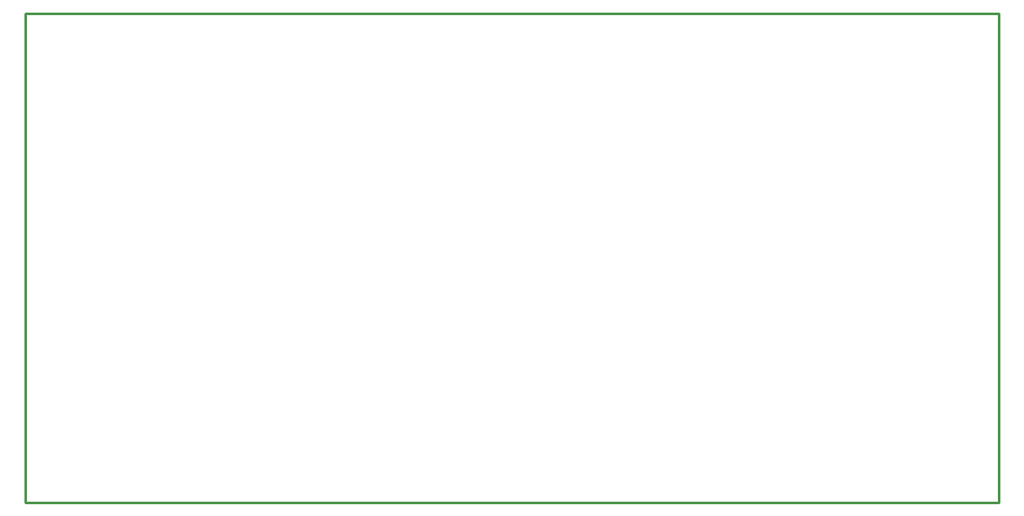
<source format=gbr>
G04 EAGLE Gerber RS-274X export*
G75*
%MOMM*%
%FSLAX34Y34*%
%LPD*%
%IN*%
%IPPOS*%
%AMOC8*
5,1,8,0,0,1.08239X$1,22.5*%
G01*
%ADD10C,0.254000*%


D10*
X0Y0D02*
X977700Y0D01*
X977700Y492000D01*
X0Y492000D01*
X0Y0D01*
M02*

</source>
